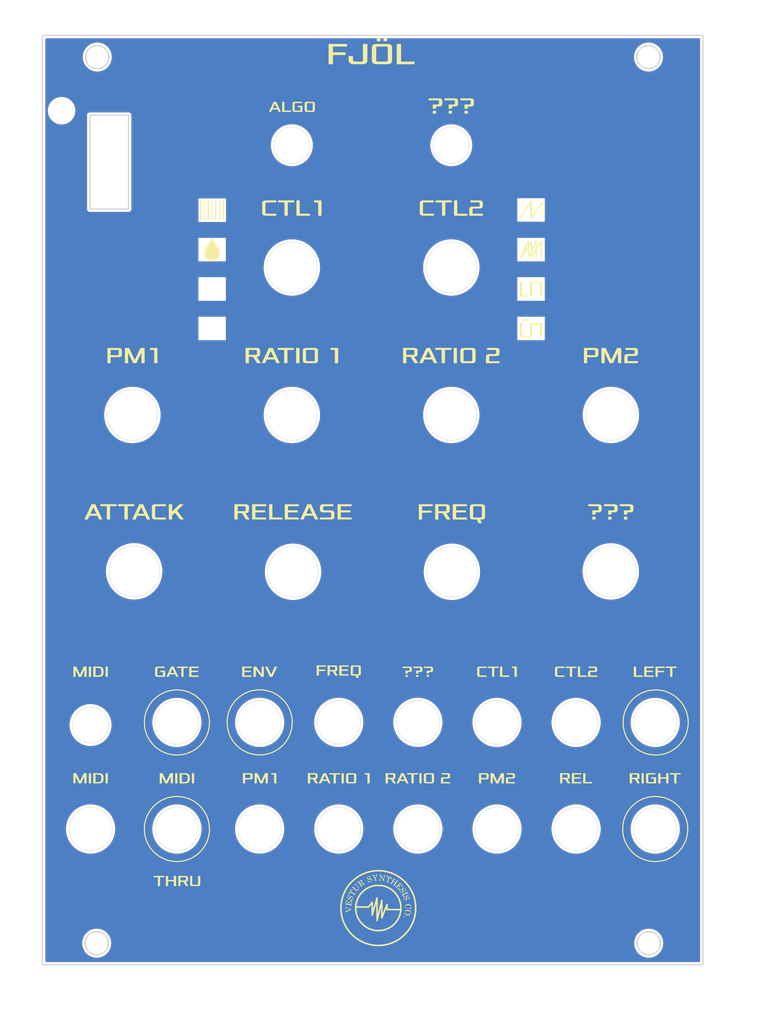
<source format=kicad_pcb>
(kicad_pcb (version 20211014) (generator pcbnew)
  (layers (0 "F.Cu" signal) (31 "B.Cu" signal) (34 "B.Paste" user) (35 "F.Paste" user) (36 "B.SilkS" user "B.Silkscreen") (37 "F.SilkS" user "F.Silkscreen") (38 "B.Mask" user) (39 "F.Mask" user) (44 "Edge.Cuts" user))
  (net 0 "")
  (footprint "vestur-logo:right" (layer "F.Cu") (at 176.098667 113.243528)
    (fp_text reference "G***" hide)
    (fp_text value "LOGO" hide)
  )
  (footprint "vestur-logo:logo-xxsmall" (layer "F.Cu") (at 137.895285 131.1021)
    (fp_text reference "G***" hide)
    (fp_text value "LOGO" hide)
  )
  (footprint "vestur-logo:ratio1" (layer "F.Cu") (at 125.864083 54.804161)
    (fp_text reference "G***" hide)
    (fp_text value "LOGO" hide)
  )
  (footprint "vestur-logo:pm2" (layer "F.Cu") (at 169.97045 54.804161)
    (fp_text reference "G***" hide)
    (fp_text value "LOGO" hide)
  )
  (footprint "vestur-logo:ratio2" (layer "F.Cu") (at 147.912965 54.80388)
    (fp_text reference "G***" hide)
    (fp_text value "LOGO" hide)
  )
  (footprint "vestur-logo:release" (layer "F.Cu") (at 126.032 76.406927)
    (fp_text reference "G***" hide)
    (fp_text value "LOGO" hide)
  )
  (footprint "vestur-logo:attack" (layer "F.Cu") (at 104.064119 76.413676)
    (fp_text reference "G***" hide)
    (fp_text value "LOGO" hide)
  )
  (footprint "vestur-logo:freq" (layer "F.Cu") (at 147.995542 76.673539)
    (fp_text reference "G***" hide)
    (fp_text value "LOGO" hide)
  )
  (footprint "vestur-logo:???" (layer "F.Cu") (at 169.960825 76.413777)
    (fp_text reference "G***" hide)
    (fp_text value "LOGO" hide)
  )
  (footprint "vestur-logo:ctl1" (layer "F.Cu") (at 125.860175 34.414633)
    (fp_text reference "G***" hide)
    (fp_text value "LOGO" hide)
  )
  (footprint "vestur-logo:ctl2" (layer "F.Cu") (at 147.907375 34.414633)
    (fp_text reference "G***" hide)
    (fp_text value "LOGO" hide)
  )
  (footprint "vestur-logo:???" (layer "F.Cu") (at 147.909791 20.305177)
    (fp_text reference "G***" hide)
    (fp_text value "LOGO" hide)
  )
  (footprint "vestur-logo:algo" (layer "F.Cu") (at 125.872995 20.419458)
    (fp_text reference "G***" hide)
    (fp_text value "LOGO" hide)
  )
  (footprint "vestur-logo:gate" (layer "F.Cu") (at 109.973586 98.511233)
    (fp_text reference "G***" hide)
    (fp_text value "LOGO" hide)
  )
  (footprint "vestur-logo:env" (layer "F.Cu") (at 121.417505 98.511233)
    (fp_text reference "G***" hide)
    (fp_text value "LOGO" hide)
  )
  (footprint "vestur-logo:ctl1-small" (layer "F.Cu") (at 154.222226 98.511233)
    (fp_text reference "G***" hide)
    (fp_text value "LOGO" hide)
  )
  (footprint "vestur-logo:ctl2-small" (layer "F.Cu") (at 165.159386 98.511233)
    (fp_text reference "G***" hide)
    (fp_text value "LOGO" hide)
  )
  (footprint "vestur-logo:left" (layer "F.Cu") (at 176.1029 98.511233)
    (fp_text reference "G***" hide)
    (fp_text value "LOGO" hide)
  )
  (footprint "vestur-logo:midi" (layer "F.Cu") (at 98.038542 113.243233)
    (fp_text reference "G***" hide)
    (fp_text value "LOGO" hide)
  )
  (footprint "vestur-logo:midi" (layer "F.Cu") (at 109.975702 113.243233)
    (fp_text reference "G***" hide)
    (fp_text value "LOGO" hide)
  )
  (footprint "vestur-logo:thru" (layer "F.Cu") (at 109.97554 127.443506)
    (fp_text reference "G***" hide)
    (fp_text value "LOGO" hide)
  )
  (footprint "vestur-logo:pm1-small" (layer "F.Cu") (at 121.417096 113.243572)
    (fp_text reference "G***" hide)
    (fp_text value "LOGO" hide)
  )
  (footprint "vestur-logo:ratio1-small" (layer "F.Cu") (at 132.350023 113.243518)
    (fp_text reference "G***" hide)
    (fp_text value "LOGO" hide)
  )
  (footprint "vestur-logo:pm2-small" (layer "F.Cu") (at 154.224343 113.243518)
    (fp_text reference "G***" hide)
    (fp_text value "LOGO" hide)
  )
  (footprint "vestur-logo:ratio2-small" (layer "F.Cu") (at 143.291416 113.24333)
    (fp_text reference "G***" hide)
    (fp_text value "LOGO" hide)
  )
  (footprint "vestur-logo:rel" (layer "F.Cu") (at 165.161503 113.243518)
    (fp_text reference "G***" hide)
    (fp_text value "LOGO" hide)
  )
  (footprint "vestur-logo:???-small" (layer "F.Cu") (at 143.289299 98.511596)
    (fp_text reference "G***" hide)
    (fp_text value "LOGO" hide)
  )
  (footprint "vestur-logo:freq-small" (layer "F.Cu") (at 132.350501 98.511571)
    (fp_text reference "G***" hide)
    (fp_text value "LOGO" hide)
  )
  (footprint "vestur-logo:fjol" (layer "F.Cu") (at 136.883232 12.7127)
    (fp_text reference "G***" hide)
    (fp_text value "LOGO" hide)
  )
  (footprint "vestur-logo:square" (layer "F.Cu") (at 158.934233 45.598117)
    (fp_text reference "G***" hide)
    (fp_text value "LOGO" hide)
  )
  (footprint "vestur-logo:midi" (layer "F.Cu") (at 98.038542 98.511233)
    (fp_text reference "G***" hide)
    (fp_text value "LOGO" hide)
  )
  (footprint "vestur-logo:detune" (layer "F.Cu") (at 158.928942 40.159978)
    (fp_text reference "G***" hide)
    (fp_text value "LOGO" hide)
  )
  (footprint "vestur-logo:res" (layer "F.Cu") (at 114.838919 40.151347)
    (fp_text reference "G***" hide)
    (fp_text value "LOGO" hide)
  )
  (footprint "vestur-logo:pwm" (layer "F.Cu") (at 158.934233 51.048117)
    (fp_text reference "G***" hide)
    (fp_text value "LOGO" hide)
  )
  (footprint "vestur-logo:spread" (layer "F.Cu") (at 114.85 34.698931)
    (fp_text reference "G***" hide)
    (fp_text value "LOGO" hide)
  )
  (footprint "vestur-logo:saw" (layer "F.Cu") (at 158.934733 34.675)
    (fp_text reference "G***" hide)
    (fp_text value "LOGO" hide)
  )
  (footprint "vestur-logo:pm1" (layer "F.Cu") (at 103.8279 54.803959)
    (fp_text reference "G***" hide)
    (fp_text value "LOGO" hide)
  )
  (gr_circle (center 176.1029 120.257149) (end 180.6029 120.257149) (layer "F.SilkS") (width 0.15) (fill none))
  (gr_circle (center 109.979936 105.525149) (end 114.479936 105.525149) (layer "F.SilkS") (width 0.15) (fill none))
  (gr_circle (center 109.979936 120.257149) (end 114.479936 120.257149) (layer "F.SilkS") (width 0.15) (fill none))
  (gr_circle (center 176.1617 105.525149) (end 180.6617 105.525149) (layer "F.SilkS") (width 0.15) (fill none))
  (gr_circle (center 121.417096 105.514449) (end 125.917096 105.514449) (layer "F.SilkS") (width 0.15) (fill none))
  (gr_circle (center 165.165736 105.525149) (end 168.165736 105.525149) (layer "Edge.Cuts") (width 0.05) (fill none))
  (gr_circle (center 147.912965 63.021) (end 151.412965 63.021) (layer "Edge.Cuts") (width 0.05) (fill none))
  (gr_circle (center 125.870433 63.021) (end 129.370433 63.021) (layer "Edge.Cuts") (width 0.05) (fill none))
  (gr_circle (center 121.417096 120.257149) (end 124.417096 120.257149) (layer "Edge.Cuts") (width 0.05) (fill none))
  (gr_circle (center 154.228576 120.257149) (end 157.228576 120.257149) (layer "Edge.Cuts") (width 0.05) (fill none))
  (gr_circle (center 169.9768 63.021) (end 173.4768 63.021) (layer "Edge.Cuts") (width 0.05) (fill none))
  (gr_circle (center 176.1029 120.257149) (end 179.1029 120.257149) (layer "Edge.Cuts") (width 0.05) (fill none))
  (gr_circle (center 165.165736 120.257149) (end 168.165736 120.257149) (layer "Edge.Cuts") (width 0.05) (fill none))
  (gr_circle (center 176.1029 105.525149) (end 179.1029 105.525149) (layer "Edge.Cuts") (width 0.05) (fill none))
  (gr_circle (center 103.8279 63.021) (end 107.3279 63.021) (layer "Edge.Cuts") (width 0.05) (fill none))
  (gr_circle (center 147.912966 25.7337) (end 150.412966 25.7337) (layer "Edge.Cuts") (width 0.05) (fill none))
  (gr_circle (center 98.042776 120.257149) (end 101.042776 120.257149) (layer "Edge.Cuts") (width 0.05) (fill none))
  (gr_circle (center 109.979936 105.525149) (end 112.979936 105.525149) (layer "Edge.Cuts") (width 0.05) (fill none))
  (gr_circle (center 143.291416 120.257149) (end 146.291416 120.257149) (layer "Edge.Cuts") (width 0.05) (fill none))
  (gr_circle (center 147.998 84.694) (end 151.498 84.694) (layer "Edge.Cuts") (width 0.05) (fill none))
  (gr_circle (center 126.032 84.694) (end 129.532 84.694) (layer "Edge.Cuts") (width 0.05) (fill none))
  (gr_circle (center 169.964 84.6455) (end 173.464 84.6455) (layer "Edge.Cuts") (width 0.05) (fill none))
  (gr_circle (center 104.066 84.6305) (end 107.566 84.6305) (layer "Edge.Cuts") (width 0.05) (fill none))
  (gr_line (start 182.7022 10.541) (end 182.7022 139.041) (layer "Edge.Cuts") (width 0.1524))
  (gr_line (start 91.3892 10.541) (end 182.7022 10.541) (layer "Edge.Cuts") (width 0.1524))
  (gr_line (start 91.3892 139.041) (end 91.3892 10.541) (layer "Edge.Cuts") (width 0.1524))
  (gr_line (start 182.7022 139.041) (end 91.3892 139.041) (layer "Edge.Cuts") (width 0.1524))
  (gr_line (start 97.949362 21.59) (end 103.283362 21.59) (layer "Edge.Cuts") (width 0.1524))
  (gr_line (start 97.949362 34.544) (end 97.949362 21.59) (layer "Edge.Cuts") (width 0.1524))
  (gr_line (start 97.949362 34.544) (end 103.283362 34.544) (layer "Edge.Cuts") (width 0.1524))
  (gr_line (start 103.283362 21.59) (end 103.283362 34.544) (layer "Edge.Cuts") (width 0.1524))
  (gr_circle (center 132.354256 120.257149) (end 135.354256 120.257149) (layer "Edge.Cuts") (width 0.05) (fill none))
  (gr_circle (center 109.979936 120.257149) (end 112.979936 120.257149) (layer "Edge.Cuts") (width 0.05) (fill none))
  (gr_circle (center 154.228576 105.525149) (end 157.228576 105.525149) (layer "Edge.Cuts") (width 0.05) (fill none))
  (gr_circle (center 94.036362 20.955) (end 95.536362 20.955) (layer "Edge.Cuts") (width 0.01) (fill none))
  (gr_circle (center 98.042776 105.8837) (end 100.542776 105.8837) (layer "Edge.Cuts") (width 0.05) (fill none))
  (gr_circle (center 143.291416 105.514449) (end 146.291416 105.514449) (layer "Edge.Cuts") (width 0.05) (fill none))
  (gr_circle (center 121.417096 105.514449) (end 124.417096 105.514449) (layer "Edge.Cuts") (width 0.05) (fill none))
  (gr_circle (center 147.9169 42.6339) (end 151.4169 42.6339) (layer "Edge.Cuts") (width 0.05) (fill none))
  (gr_circle (center 125.870433 25.7337) (end 128.370433 25.7337) (layer "Edge.Cuts") (width 0.05) (fill none))
  (gr_circle (center 98.8892 136.041) (end 100.4892 136.041) (layer "Edge.Cuts") (width 0.2) (fill none))
  (gr_circle (center 98.970971 13.541) (end 100.570971 13.541) (layer "Edge.Cuts") (width 0.2) (fill none))
  (gr_circle (center 175.2022 136.041) (end 176.8022 136.041) (layer "Edge.Cuts") (width 0.2) (fill none))
  (gr_circle (center 132.354256 105.514449) (end 135.354256 105.514449) (layer "Edge.Cuts") (width 0.05) (fill none))
  (gr_circle (center 175.170971 13.541) (end 176.770971 13.541) (layer "Edge.Cuts") (width 0.2) (fill none))
  (gr_circle (center 125.8697 42.6339) (end 129.3697 42.6339) (layer "Edge.Cuts") (width 0.05) (fill none))
  (zone (net 0) (net_name "") (layer "F.Cu") (connect_pads (clearance 0.4064)) (min_thickness 0.254) (fill yes (thermal_gap 0.508) (thermal_bridge_width 0.508))
    (polygon (pts (xy 188.722 7.2009) (xy 86.9061 5.6515) (xy 88.2904 144.4625) (xy 187.5155 146.0246)))
  )
  (zone (net 0) (net_name "") (layers F&B.Cu) (connect_pads (clearance 0)) (min_thickness 0.254)
    (keepout (tracks not_allowed) (vias not_allowed) (pads not_allowed) (copperpour not_allowed) (footprints allowed))
    (fill (thermal_gap 0.508) (thermal_bridge_width 0.508))
    (polygon (pts (xy 112.950583 33.074514) (xy 116.770583 33.074514) (xy 116.770583 36.344514) (xy 112.950583 36.344514)))
  )
  (zone (net 0) (net_name "") (layers F&B.Cu) (connect_pads (clearance 0)) (min_thickness 0.254)
    (keepout (tracks not_allowed) (vias not_allowed) (pads not_allowed) (copperpour not_allowed) (footprints allowed))
    (fill (thermal_gap 0.508) (thermal_bridge_width 0.508))
    (polygon (pts (xy 112.939166 38.5237) (xy 116.759166 38.5237) (xy 116.759166 41.7937) (xy 112.939166 41.7937)))
  )
  (zone (net 0) (net_name "") (layers F&B.Cu) (connect_pads (clearance 0)) (min_thickness 0.254)
    (keepout (tracks not_allowed) (vias not_allowed) (pads not_allowed) (copperpour not_allowed) (footprints allowed))
    (fill (thermal_gap 0.508) (thermal_bridge_width 0.508))
    (polygon (pts (xy 112.939166 41.7937) (xy 116.759166 41.7937) (xy 116.759166 38.5237) (xy 112.939166 38.5237)))
  )
  (zone (net 0) (net_name "") (layers F&B.Cu) (connect_pads (clearance 0)) (min_thickness 0.254)
    (keepout (tracks not_allowed) (vias not_allowed) (pads not_allowed) (copperpour not_allowed) (footprints allowed))
    (fill (thermal_gap 0.508) (thermal_bridge_width 0.508))
    (polygon (pts (xy 112.939166 49.4237) (xy 116.759166 49.4237) (xy 116.759166 52.6937) (xy 112.939166 52.6937)))
  )
  (zone (net 0) (net_name "") (layers F&B.Cu) (connect_pads (clearance 0)) (min_thickness 0.254)
    (keepout (tracks not_allowed) (vias not_allowed) (pads not_allowed) (copperpour not_allowed) (footprints allowed))
    (fill (thermal_gap 0.508) (thermal_bridge_width 0.508))
    (polygon (pts (xy 157.024233 33.04) (xy 160.844233 33.04) (xy 160.844233 36.31) (xy 157.024233 36.31)))
  )
  (zone (net 0) (net_name "") (layers F&B.Cu) (connect_pads (clearance 0)) (min_thickness 0.254)
    (keepout (tracks not_allowed) (vias not_allowed) (pads not_allowed) (copperpour not_allowed) (footprints allowed))
    (fill (thermal_gap 0.508) (thermal_bridge_width 0.508))
    (polygon (pts (xy 157.024233 43.9737) (xy 160.844233 43.9737) (xy 160.844233 47.2437) (xy 157.024233 47.2437)))
  )
  (zone (net 0) (net_name "") (layers F&B.Cu) (connect_pads (clearance 0)) (min_thickness 0.254)
    (keepout (tracks not_allowed) (vias not_allowed) (pads not_allowed) (copperpour not_allowed) (footprints allowed))
    (fill (thermal_gap 0.508) (thermal_bridge_width 0.508))
    (polygon (pts (xy 157.024233 49.4237) (xy 160.844233 49.4237) (xy 160.844233 52.6937) (xy 157.024233 52.6937)))
  )
  (zone (net 0) (net_name "") (layers F&B.Cu) (connect_pads (clearance 0)) (min_thickness 0.254)
    (keepout (tracks not_allowed) (vias not_allowed) (pads not_allowed) (copperpour not_allowed) (footprints allowed))
    (fill (thermal_gap 0.508) (thermal_bridge_width 0.508))
    (polygon (pts (xy 157.024233 38.5237) (xy 160.844233 38.5237) (xy 160.844233 41.7937) (xy 157.024233 41.7937)))
  )
  (zone (net 0) (net_name "") (layers F&B.Cu) (connect_pads (clearance 0)) (min_thickness 0.254)
    (keepout (tracks not_allowed) (vias not_allowed) (pads not_allowed) (copperpour not_allowed) (footprints allowed))
    (fill (thermal_gap 0.508) (thermal_bridge_width 0.508))
    (polygon (pts (xy 112.939166 43.9737) (xy 116.759166 43.9737) (xy 116.759166 47.2437) (xy 112.939166 47.2437)))
  )
  (zone (net 0) (net_name "") (layer "B.Cu") (connect_pads (clearance 0.4064)) (min_thickness 0.254) (fill yes (thermal_gap 0.508) (thermal_bridge_width 0.508))
    (polygon (pts (xy 190.4492 147.2311) (xy 85.5218 145.5039) (xy 86.3854 5.9944) (xy 190.4492 9.271)))
  )
)
</source>
